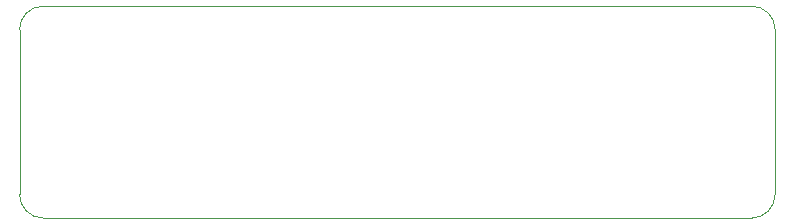
<source format=gbr>
G04 #@! TF.GenerationSoftware,KiCad,Pcbnew,(5.1.10-1-10_14)*
G04 #@! TF.CreationDate,2021-11-28T23:58:15-05:00*
G04 #@! TF.ProjectId,SNAC Sniffer LONG,534e4143-2053-46e6-9966-666572204c4f,1*
G04 #@! TF.SameCoordinates,Original*
G04 #@! TF.FileFunction,Profile,NP*
%FSLAX46Y46*%
G04 Gerber Fmt 4.6, Leading zero omitted, Abs format (unit mm)*
G04 Created by KiCad (PCBNEW (5.1.10-1-10_14)) date 2021-11-28 23:58:15*
%MOMM*%
%LPD*%
G01*
G04 APERTURE LIST*
G04 #@! TA.AperFunction,Profile*
%ADD10C,0.100000*%
G04 #@! TD*
G04 APERTURE END LIST*
D10*
X101700000Y-102350000D02*
G75*
G02*
X103700099Y-100349901I2000099J0D01*
G01*
X103700000Y-118300000D02*
G75*
G02*
X101699901Y-116299901I0J2000099D01*
G01*
X165680000Y-116300000D02*
G75*
G02*
X163679901Y-118300099I-2000099J0D01*
G01*
X163679901Y-100349901D02*
G75*
G02*
X165680000Y-102350000I0J-2000099D01*
G01*
X101699901Y-116299901D02*
X101700000Y-102350000D01*
X163679901Y-118300099D02*
X103700000Y-118300000D01*
X165680000Y-102350000D02*
X165680000Y-116300000D01*
X103700099Y-100349901D02*
X163679901Y-100349901D01*
M02*

</source>
